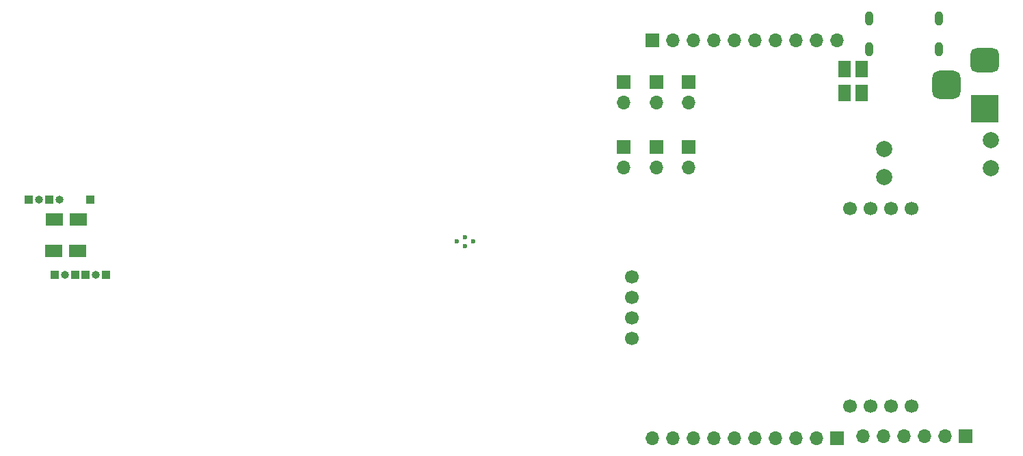
<source format=gbs>
G04 #@! TF.GenerationSoftware,KiCad,Pcbnew,(6.0.1-0)*
G04 #@! TF.CreationDate,2022-03-11T15:24:18+09:00*
G04 #@! TF.ProjectId,qLAMP-main,714c414d-502d-46d6-9169-6e2e6b696361,rev?*
G04 #@! TF.SameCoordinates,Original*
G04 #@! TF.FileFunction,Soldermask,Bot*
G04 #@! TF.FilePolarity,Negative*
%FSLAX46Y46*%
G04 Gerber Fmt 4.6, Leading zero omitted, Abs format (unit mm)*
G04 Created by KiCad (PCBNEW (6.0.1-0)) date 2022-03-11 15:24:18*
%MOMM*%
%LPD*%
G01*
G04 APERTURE LIST*
G04 Aperture macros list*
%AMRoundRect*
0 Rectangle with rounded corners*
0 $1 Rounding radius*
0 $2 $3 $4 $5 $6 $7 $8 $9 X,Y pos of 4 corners*
0 Add a 4 corners polygon primitive as box body*
4,1,4,$2,$3,$4,$5,$6,$7,$8,$9,$2,$3,0*
0 Add four circle primitives for the rounded corners*
1,1,$1+$1,$2,$3*
1,1,$1+$1,$4,$5*
1,1,$1+$1,$6,$7*
1,1,$1+$1,$8,$9*
0 Add four rect primitives between the rounded corners*
20,1,$1+$1,$2,$3,$4,$5,0*
20,1,$1+$1,$4,$5,$6,$7,0*
20,1,$1+$1,$6,$7,$8,$9,0*
20,1,$1+$1,$8,$9,$2,$3,0*%
%AMFreePoly0*
4,1,6,1.000000,0.000000,0.500000,-0.750000,-0.500000,-0.750000,-0.500000,0.750000,0.500000,0.750000,1.000000,0.000000,1.000000,0.000000,$1*%
G04 Aperture macros list end*
%ADD10C,2.000000*%
%ADD11C,0.600000*%
%ADD12R,1.700000X1.700000*%
%ADD13O,1.700000X1.700000*%
%ADD14R,3.500000X3.500000*%
%ADD15RoundRect,0.750000X-1.000000X0.750000X-1.000000X-0.750000X1.000000X-0.750000X1.000000X0.750000X0*%
%ADD16RoundRect,0.875000X-0.875000X0.875000X-0.875000X-0.875000X0.875000X-0.875000X0.875000X0.875000X0*%
%ADD17C,1.700000*%
%ADD18O,1.000000X1.800000*%
%ADD19R,1.000000X1.000000*%
%ADD20R,1.500000X1.500000*%
%ADD21FreePoly0,180.000000*%
%ADD22FreePoly0,0.000000*%
%ADD23O,1.000000X1.000000*%
%ADD24FreePoly0,90.000000*%
%ADD25FreePoly0,270.000000*%
G04 APERTURE END LIST*
D10*
X205069999Y-89680009D03*
X205069999Y-93180009D03*
D11*
X140966001Y-102270000D03*
X139966000Y-101770001D03*
X139966000Y-102870000D03*
X138965999Y-102270000D03*
D10*
X191850000Y-90800000D03*
X191850000Y-94300000D03*
D12*
X167646956Y-90579052D03*
D13*
X167646956Y-93119052D03*
D12*
X159646956Y-90579052D03*
D13*
X159646956Y-93119052D03*
D12*
X167646956Y-82479052D03*
D13*
X167646956Y-85019052D03*
D12*
X163646956Y-82479052D03*
D13*
X163646956Y-85019052D03*
D12*
X159646956Y-82479052D03*
D13*
X159646956Y-85019052D03*
D12*
X163646956Y-90579052D03*
D13*
X163646956Y-93119052D03*
D14*
X204295792Y-85809800D03*
D15*
X204295792Y-79809800D03*
D16*
X199595792Y-82809800D03*
D17*
X187611003Y-98175006D03*
X190151003Y-98175006D03*
X192691003Y-98175006D03*
X195231003Y-98175006D03*
X187611003Y-122675006D03*
X190151003Y-122675006D03*
X192691003Y-122675006D03*
X195231003Y-122675006D03*
X160611003Y-106615006D03*
X160611003Y-109155006D03*
X160611003Y-111695006D03*
X160611003Y-114235006D03*
D18*
X198608282Y-78419792D03*
X198608282Y-74619792D03*
X189968282Y-78419792D03*
X189968282Y-74619792D03*
D12*
X186001000Y-126628000D03*
D13*
X183461000Y-126628000D03*
X180921000Y-126628000D03*
X178381000Y-126628000D03*
X175841000Y-126628000D03*
X173301000Y-126628000D03*
X170761000Y-126628000D03*
X168221000Y-126628000D03*
X165681000Y-126628000D03*
X163141000Y-126628000D03*
D12*
X201946000Y-126380000D03*
D13*
X199406000Y-126380000D03*
X196866000Y-126380000D03*
X194326000Y-126380000D03*
X191786000Y-126380000D03*
X189246002Y-126380011D03*
D12*
X163141000Y-77372000D03*
D13*
X165681000Y-77372000D03*
X168221000Y-77372000D03*
X170761000Y-77372000D03*
X173301000Y-77372000D03*
X175841000Y-77372000D03*
X178381000Y-77372000D03*
X180921000Y-77372000D03*
X183461000Y-77372000D03*
X186001000Y-77372000D03*
D19*
X89155998Y-106419994D03*
X95505998Y-106419994D03*
D20*
X89416000Y-99500000D03*
X91816000Y-99500000D03*
D21*
X92616000Y-99500000D03*
D22*
X88616000Y-99500000D03*
D19*
X93536000Y-97110005D03*
D20*
X91726000Y-103440000D03*
X89326000Y-103440000D03*
D22*
X88526000Y-103440000D03*
D21*
X92526000Y-103440000D03*
D19*
X85916000Y-97110005D03*
D23*
X87186000Y-97110005D03*
D20*
X186957487Y-81190005D03*
X186957487Y-83590005D03*
D24*
X186957487Y-84390005D03*
D25*
X186957487Y-80390005D03*
D19*
X91695998Y-106419994D03*
D23*
X90425998Y-106419994D03*
D19*
X92965998Y-106419994D03*
D23*
X94235998Y-106419994D03*
D19*
X88456000Y-97110005D03*
D23*
X89726000Y-97110005D03*
D20*
X189100003Y-83590005D03*
X189100003Y-81190005D03*
D24*
X189100003Y-84390005D03*
D25*
X189100003Y-80390005D03*
M02*

</source>
